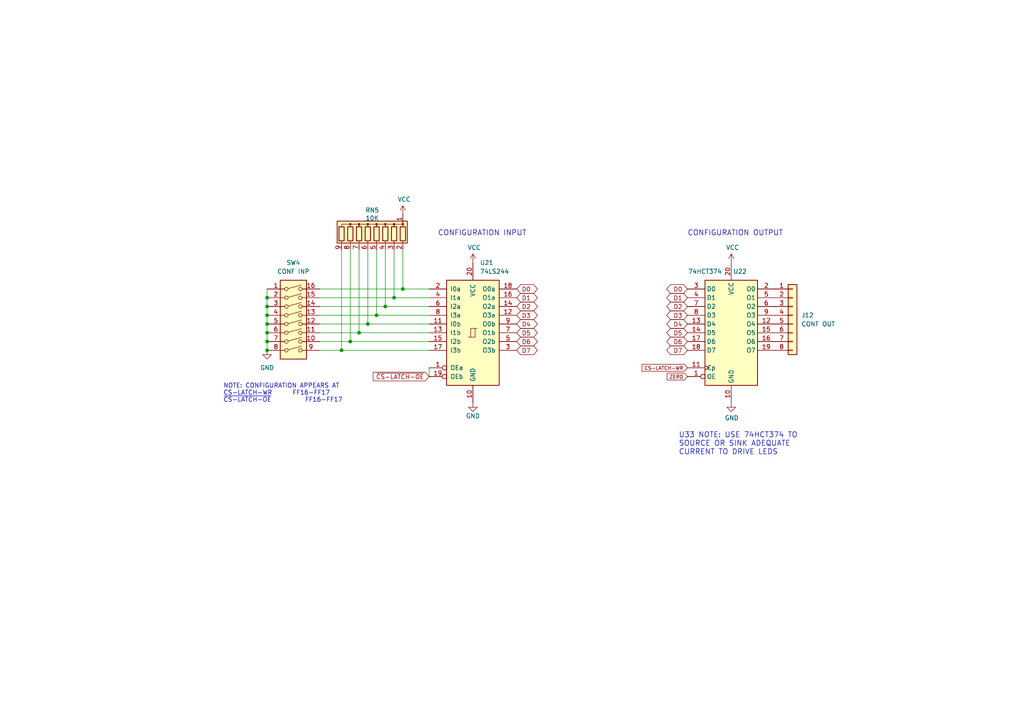
<source format=kicad_sch>
(kicad_sch (version 20211123) (generator eeschema)
  (paper "A4")
  (lib_symbols
    (symbol "74xx:74HCT374"
      (property "Reference" "U" (at -7.62 16.51 0))
      (property "Value" "74HCT374" (at -7.62 -16.51 0))
      (symbol "74HCT374_1_0"
        (pin input inverted (at -12.7 -12.7 0) (length 5.08) (name "OE") (number "1"))
        (pin power_in line (at 0 -20.32 90) (length 5.08) (name "GND") (number "10"))
        (pin input clock (at -12.7 -10.16 0) (length 5.08) (name "Cp") (number "11"))
        (pin tri_state line (at 12.7 2.54 180) (length 5.08) (name "O4") (number "12"))
        (pin input line (at -12.7 2.54 0) (length 5.08) (name "D4") (number "13"))
        (pin input line (at -12.7 0 0) (length 5.08) (name "D5") (number "14"))
        (pin tri_state line (at 12.7 0 180) (length 5.08) (name "O5") (number "15"))
        (pin tri_state line (at 12.7 -2.54 180) (length 5.08) (name "O6") (number "16"))
        (pin input line (at -12.7 -2.54 0) (length 5.08) (name "D6") (number "17"))
        (pin input line (at -12.7 -5.08 0) (length 5.08) (name "D7") (number "18"))
        (pin tri_state line (at 12.7 -5.08 180) (length 5.08) (name "O7") (number "19"))
        (pin tri_state line (at 12.7 12.7 180) (length 5.08) (name "O0") (number "2"))
        (pin power_in line (at 0 20.32 270) (length 5.08) (name "VCC") (number "20"))
        (pin input line (at -12.7 12.7 0) (length 5.08) (name "D0") (number "3"))
        (pin input line (at -12.7 10.16 0) (length 5.08) (name "D1") (number "4"))
        (pin tri_state line (at 12.7 10.16 180) (length 5.08) (name "O1") (number "5"))
        (pin tri_state line (at 12.7 7.62 180) (length 5.08) (name "O2") (number "6"))
        (pin input line (at -12.7 7.62 0) (length 5.08) (name "D2") (number "7"))
        (pin input line (at -12.7 5.08 0) (length 5.08) (name "D3") (number "8"))
        (pin tri_state line (at 12.7 5.08 180) (length 5.08) (name "O3") (number "9"))
      )
      (symbol "74HCT374_1_1"
        (rectangle (start -7.62 15.24) (end 7.62 -15.24) (stroke (width 0.254)) (fill (type background)))
      )
    )
    (symbol "74xx:74LS244" (pin_names (offset 1.016))
      (property "Reference" "U" (at -7.62 16.51 0))
      (property "Value" "74LS244" (at -7.62 -16.51 0))
      (symbol "74LS244_1_0"
        (polyline (pts (xy -0.635 -1.27) (xy -0.635 1.27) (xy 0.635 1.27)))
        (polyline (pts (xy -1.27 -1.27) (xy 0.635 -1.27) (xy 0.635 1.27) (xy 1.27 1.27)))
        (pin input inverted (at -12.7 -10.16 0) (length 5.08) (name "OEa") (number "1"))
        (pin power_in line (at 0 -20.32 90) (length 5.08) (name "GND") (number "10"))
        (pin input line (at -12.7 2.54 0) (length 5.08) (name "I0b") (number "11"))
        (pin tri_state line (at 12.7 5.08 180) (length 5.08) (name "O3a") (number "12"))
        (pin input line (at -12.7 0 0) (length 5.08) (name "I1b") (number "13"))
        (pin tri_state line (at 12.7 7.62 180) (length 5.08) (name "O2a") (number "14"))
        (pin input line (at -12.7 -2.54 0) (length 5.08) (name "I2b") (number "15"))
        (pin tri_state line (at 12.7 10.16 180) (length 5.08) (name "O1a") (number "16"))
        (pin input line (at -12.7 -5.08 0) (length 5.08) (name "I3b") (number "17"))
        (pin tri_state line (at 12.7 12.7 180) (length 5.08) (name "O0a") (number "18"))
        (pin input inverted (at -12.7 -12.7 0) (length 5.08) (name "OEb") (number "19"))
        (pin input line (at -12.7 12.7 0) (length 5.08) (name "I0a") (number "2"))
        (pin power_in line (at 0 20.32 270) (length 5.08) (name "VCC") (number "20"))
        (pin tri_state line (at 12.7 -5.08 180) (length 5.08) (name "O3b") (number "3"))
        (pin input line (at -12.7 10.16 0) (length 5.08) (name "I1a") (number "4"))
        (pin tri_state line (at 12.7 -2.54 180) (length 5.08) (name "O2b") (number "5"))
        (pin input line (at -12.7 7.62 0) (length 5.08) (name "I2a") (number "6"))
        (pin tri_state line (at 12.7 0 180) (length 5.08) (name "O1b") (number "7"))
        (pin input line (at -12.7 5.08 0) (length 5.08) (name "I3a") (number "8"))
        (pin tri_state line (at 12.7 2.54 180) (length 5.08) (name "O0b") (number "9"))
      )
      (symbol "74LS244_1_1"
        (rectangle (start -7.62 15.24) (end 7.62 -15.24) (stroke (width 0.254)) (fill (type background)))
      )
    )
    (symbol "Connector_Generic:Conn_01x08" (pin_names (offset 1.016) hide)
      (property "Reference" "J" (at 0 10.16 0))
      (property "Value" "Conn_01x08" (at 0 -12.7 0))
      (symbol "Conn_01x08_1_1"
        (rectangle (start -1.27 -10.033) (end 0 -10.287) (stroke (width 0.1524)))
        (rectangle (start -1.27 -7.493) (end 0 -7.747) (stroke (width 0.1524)))
        (rectangle (start -1.27 -4.953) (end 0 -5.207) (stroke (width 0.1524)))
        (rectangle (start -1.27 -2.413) (end 0 -2.667) (stroke (width 0.1524)))
        (rectangle (start -1.27 0.127) (end 0 -0.127) (stroke (width 0.1524)))
        (rectangle (start -1.27 2.667) (end 0 2.413) (stroke (width 0.1524)))
        (rectangle (start -1.27 5.207) (end 0 4.953) (stroke (width 0.1524)))
        (rectangle (start -1.27 7.747) (end 0 7.493) (stroke (width 0.1524)))
        (rectangle (start -1.27 8.89) (end 1.27 -11.43) (stroke (width 0.254)) (fill (type background)))
        (pin passive line (at -5.08 7.62 0) (length 3.81) (name "Pin_1") (number "1"))
        (pin passive line (at -5.08 5.08 0) (length 3.81) (name "Pin_2") (number "2"))
        (pin passive line (at -5.08 2.54 0) (length 3.81) (name "Pin_3") (number "3"))
        (pin passive line (at -5.08 0 0) (length 3.81) (name "Pin_4") (number "4"))
        (pin passive line (at -5.08 -2.54 0) (length 3.81) (name "Pin_5") (number "5"))
        (pin passive line (at -5.08 -5.08 0) (length 3.81) (name "Pin_6") (number "6"))
        (pin passive line (at -5.08 -7.62 0) (length 3.81) (name "Pin_7") (number "7"))
        (pin passive line (at -5.08 -10.16 0) (length 3.81) (name "Pin_8") (number "8"))
      )
    )
    (symbol "Device:R_Network08" (pin_names (offset 0) hide)
      (property "Reference" "RN" (at -12.7 0 90))
      (property "Value" "R_Network08" (at 10.16 0 90))
      (symbol "R_Network08_0_1"
        (rectangle (start -11.43 -3.175) (end 8.89 3.175) (stroke (width 0.254)) (fill (type background)))
        (rectangle (start -10.922 1.524) (end -9.398 -2.54) (stroke (width 0.254)))
        (circle (center -10.16 2.286) (radius 0.254) (fill (type outline)))
        (rectangle (start -8.382 1.524) (end -6.858 -2.54) (stroke (width 0.254)))
        (circle (center -7.62 2.286) (radius 0.254) (fill (type outline)))
        (rectangle (start -5.842 1.524) (end -4.318 -2.54) (stroke (width 0.254)))
        (circle (center -5.08 2.286) (radius 0.254) (fill (type outline)))
        (rectangle (start -3.302 1.524) (end -1.778 -2.54) (stroke (width 0.254)))
        (circle (center -2.54 2.286) (radius 0.254) (fill (type outline)))
        (rectangle (start -0.762 1.524) (end 0.762 -2.54) (stroke (width 0.254)))
        (polyline (pts (xy -10.16 -2.54) (xy -10.16 -3.81)))
        (polyline (pts (xy -7.62 -2.54) (xy -7.62 -3.81)))
        (polyline (pts (xy -5.08 -2.54) (xy -5.08 -3.81)))
        (polyline (pts (xy -2.54 -2.54) (xy -2.54 -3.81)))
        (polyline (pts (xy 0 -2.54) (xy 0 -3.81)))
        (polyline (pts (xy 2.54 -2.54) (xy 2.54 -3.81)))
        (polyline (pts (xy 5.08 -2.54) (xy 5.08 -3.81)))
        (polyline (pts (xy 7.62 -2.54) (xy 7.62 -3.81)))
        (polyline (pts (xy -10.16 1.524) (xy -10.16 2.286) (xy -7.62 2.286) (xy -7.62 1.524)))
        (polyline (pts (xy -7.62 1.524) (xy -7.62 2.286) (xy -5.08 2.286) (xy -5.08 1.524)))
        (polyline (pts (xy -5.08 1.524) (xy -5.08 2.286) (xy -2.54 2.286) (xy -2.54 1.524)))
        (polyline (pts (xy -2.54 1.524) (xy -2.54 2.286) (xy 0 2.286) (xy 0 1.524)))
        (polyline (pts (xy 0 1.524) (xy 0 2.286) (xy 2.54 2.286) (xy 2.54 1.524)))
        (polyline (pts (xy 2.54 1.524) (xy 2.54 2.286) (xy 5.08 2.286) (xy 5.08 1.524)))
        (polyline (pts (xy 5.08 1.524) (xy 5.08 2.286) (xy 7.62 2.286) (xy 7.62 1.524)))
        (circle (center 0 2.286) (radius 0.254) (fill (type outline)))
        (rectangle (start 1.778 1.524) (end 3.302 -2.54) (stroke (width 0.254)))
        (circle (center 2.54 2.286) (radius 0.254) (fill (type outline)))
        (rectangle (start 4.318 1.524) (end 5.842 -2.54) (stroke (width 0.254)))
        (circle (center 5.08 2.286) (radius 0.254) (fill (type outline)))
        (rectangle (start 6.858 1.524) (end 8.382 -2.54) (stroke (width 0.254)))
      )
      (symbol "R_Network08_1_1"
        (pin passive line (at -10.16 5.08 270) (length 2.54) (name "common") (number "1"))
        (pin passive line (at -10.16 -5.08 90) (length 1.27) (name "R1") (number "2"))
        (pin passive line (at -7.62 -5.08 90) (length 1.27) (name "R2") (number "3"))
        (pin passive line (at -5.08 -5.08 90) (length 1.27) (name "R3") (number "4"))
        (pin passive line (at -2.54 -5.08 90) (length 1.27) (name "R4") (number "5"))
        (pin passive line (at 0 -5.08 90) (length 1.27) (name "R5") (number "6"))
        (pin passive line (at 2.54 -5.08 90) (length 1.27) (name "R6") (number "7"))
        (pin passive line (at 5.08 -5.08 90) (length 1.27) (name "R7") (number "8"))
        (pin passive line (at 7.62 -5.08 90) (length 1.27) (name "R8") (number "9"))
      )
    )
    (symbol "Switch:SW_DIP_x08" (pin_names (offset 0) hide)
      (property "Reference" "SW" (at 0 13.97 0))
      (property "Value" "SW_DIP_x08" (at 0 -11.43 0))
      (symbol "SW_DIP_x08_0_0"
        (circle (center -2.032 -7.62) (radius 0.508))
        (circle (center -2.032 -5.08) (radius 0.508))
        (circle (center -2.032 -2.54) (radius 0.508))
        (circle (center -2.032 0) (radius 0.508))
        (circle (center -2.032 2.54) (radius 0.508))
        (circle (center -2.032 5.08) (radius 0.508))
        (circle (center -2.032 7.62) (radius 0.508))
        (circle (center -2.032 10.16) (radius 0.508))
        (polyline (pts (xy -1.524 -7.4676) (xy 2.3622 -6.4262)))
        (polyline (pts (xy -1.524 -4.9276) (xy 2.3622 -3.8862)))
        (polyline (pts (xy -1.524 -2.3876) (xy 2.3622 -1.3462)))
        (polyline (pts (xy -1.524 0.127) (xy 2.3622 1.1684)))
        (polyline (pts (xy -1.524 2.667) (xy 2.3622 3.7084)))
        (polyline (pts (xy -1.524 5.207) (xy 2.3622 6.2484)))
        (polyline (pts (xy -1.524 7.747) (xy 2.3622 8.7884)))
        (polyline (pts (xy -1.524 10.287) (xy 2.3622 11.3284)))
        (circle (center 2.032 -7.62) (radius 0.508))
        (circle (center 2.032 -5.08) (radius 0.508))
        (circle (center 2.032 -2.54) (radius 0.508))
        (circle (center 2.032 0) (radius 0.508))
        (circle (center 2.032 2.54) (radius 0.508))
        (circle (center 2.032 5.08) (radius 0.508))
        (circle (center 2.032 7.62) (radius 0.508))
        (circle (center 2.032 10.16) (radius 0.508))
      )
      (symbol "SW_DIP_x08_0_1"
        (rectangle (start -3.81 12.7) (end 3.81 -10.16) (stroke (width 0.254)) (fill (type background)))
      )
      (symbol "SW_DIP_x08_1_1"
        (pin passive line (at -7.62 10.16 0) (length 5.08) (name "~") (number "1"))
        (pin passive line (at 7.62 -5.08 180) (length 5.08) (name "~") (number "10"))
        (pin passive line (at 7.62 -2.54 180) (length 5.08) (name "~") (number "11"))
        (pin passive line (at 7.62 0 180) (length 5.08) (name "~") (number "12"))
        (pin passive line (at 7.62 2.54 180) (length 5.08) (name "~") (number "13"))
        (pin passive line (at 7.62 5.08 180) (length 5.08) (name "~") (number "14"))
        (pin passive line (at 7.62 7.62 180) (length 5.08) (name "~") (number "15"))
        (pin passive line (at 7.62 10.16 180) (length 5.08) (name "~") (number "16"))
        (pin passive line (at -7.62 7.62 0) (length 5.08) (name "~") (number "2"))
        (pin passive line (at -7.62 5.08 0) (length 5.08) (name "~") (number "3"))
        (pin passive line (at -7.62 2.54 0) (length 5.08) (name "~") (number "4"))
        (pin passive line (at -7.62 0 0) (length 5.08) (name "~") (number "5"))
        (pin passive line (at -7.62 -2.54 0) (length 5.08) (name "~") (number "6"))
        (pin passive line (at -7.62 -5.08 0) (length 5.08) (name "~") (number "7"))
        (pin passive line (at -7.62 -7.62 0) (length 5.08) (name "~") (number "8"))
        (pin passive line (at 7.62 -7.62 180) (length 5.08) (name "~") (number "9"))
      )
    )
    (symbol "power:GND" (power) (pin_names (offset 0))
      (property "Value" "GND" (at 0 -3.81 0))
      (symbol "GND_0_1"
        (polyline (pts (xy 0 0) (xy 0 -1.27) (xy 1.27 -1.27) (xy 0 -2.54) (xy -1.27 -1.27) (xy 0 -1.27)))
      )
      (symbol "GND_1_1"
        (pin power_in line (at 0 0 270) (length 0) hide (name "GND") (number "1"))
      )
    )
    (symbol "power:VCC" (power) (pin_names (offset 0))
      (property "Value" "VCC" (at 0 3.81 0))
      (symbol "VCC_0_1"
        (polyline (pts (xy -0.762 1.27) (xy 0 2.54)))
        (polyline (pts (xy 0 0) (xy 0 2.54)))
        (polyline (pts (xy 0 2.54) (xy 0.762 1.27)))
      )
      (symbol "VCC_1_1"
        (pin power_in line (at 0 0 90) (length 0) hide (name "VCC") (number "1"))
      )
    )
  )
  (junction (at 101.6 99.06))
  (junction (at 77.47 99.06))
  (junction (at 77.47 88.9))
  (junction (at 114.3 86.36))
  (junction (at 99.06 101.6))
  (junction (at 109.22 91.44))
  (junction (at 111.76 88.9))
  (junction (at 106.68 93.98))
  (junction (at 116.84 83.82))
  (junction (at 77.47 96.52))
  (junction (at 77.47 93.98))
  (junction (at 77.47 91.44))
  (junction (at 77.47 86.36))
  (junction (at 77.47 101.6))
  (junction (at 104.14 96.52))
  (wire (pts (xy 114.3 72.39) (xy 114.3 86.36)))
  (wire (pts (xy 104.14 72.39) (xy 104.14 96.52)))
  (wire (pts (xy 92.71 88.9) (xy 111.76 88.9)))
  (wire (pts (xy 77.47 86.36) (xy 77.47 88.9)))
  (wire (pts (xy 92.71 101.6) (xy 99.06 101.6)))
  (wire (pts (xy 106.68 93.98) (xy 124.46 93.98)))
  (wire (pts (xy 116.84 83.82) (xy 124.46 83.82)))
  (wire (pts (xy 77.47 83.82) (xy 77.47 86.36)))
  (wire (pts (xy 77.47 88.9) (xy 77.47 91.44)))
  (wire (pts (xy 116.84 72.39) (xy 116.84 83.82)))
  (wire (pts (xy 101.6 72.39) (xy 101.6 99.06)))
  (wire (pts (xy 104.14 96.52) (xy 124.46 96.52)))
  (wire (pts (xy 77.47 93.98) (xy 77.47 96.52)))
  (wire (pts (xy 99.06 101.6) (xy 124.46 101.6)))
  (wire (pts (xy 124.46 106.68) (xy 124.46 109.22)))
  (wire (pts (xy 111.76 88.9) (xy 124.46 88.9)))
  (wire (pts (xy 92.71 86.36) (xy 114.3 86.36)))
  (wire (pts (xy 114.3 86.36) (xy 124.46 86.36)))
  (wire (pts (xy 101.6 99.06) (xy 124.46 99.06)))
  (wire (pts (xy 92.71 91.44) (xy 109.22 91.44)))
  (wire (pts (xy 109.22 91.44) (xy 124.46 91.44)))
  (wire (pts (xy 92.71 93.98) (xy 106.68 93.98)))
  (wire (pts (xy 109.22 72.39) (xy 109.22 91.44)))
  (wire (pts (xy 92.71 96.52) (xy 104.14 96.52)))
  (wire (pts (xy 77.47 96.52) (xy 77.47 99.06)))
  (wire (pts (xy 99.06 72.39) (xy 99.06 101.6)))
  (wire (pts (xy 77.47 91.44) (xy 77.47 93.98)))
  (wire (pts (xy 111.76 72.39) (xy 111.76 88.9)))
  (wire (pts (xy 92.71 99.06) (xy 101.6 99.06)))
  (wire (pts (xy 92.71 83.82) (xy 116.84 83.82)))
  (wire (pts (xy 106.68 72.39) (xy 106.68 93.98)))
  (wire (pts (xy 77.47 99.06) (xy 77.47 101.6)))
  (text "U33 NOTE: USE 74HCT374 TO\nSOURCE OR SINK ADEQUATE\nCURRENT TO DRIVE LEDS" (at 196.85 132.08 0) (effects (font (size 1.524 1.524)) (justify left bottom)))
  (text "NOTE: CONFIGURATION APPEARS AT\nCS-LATCH-WR		FF16-FF17\n~{CS-LATCH-OE}		FF16-FF17" (at 64.77 116.84 0) (effects (font (size 1.27 1.27)) (justify left bottom)))
  (text "CONFIGURATION OUTPUT" (at 199.39 68.58 0) (effects (font (size 1.524 1.524)) (justify left bottom)))
  (text "CONFIGURATION INPUT" (at 127 68.58 0) (effects (font (size 1.524 1.524)) (justify left bottom)))
  (global_label "D7" (shape bidirectional) (at 199.39 101.6 180) (property "Intersheet References" "${INTERSHEET_REFS}" (effects hide)))
  (global_label "D1" (shape bidirectional) (at 149.86 86.36 0) (property "Intersheet References" "${INTERSHEET_REFS}" (effects hide)))
  (global_label "D5" (shape bidirectional) (at 149.86 96.52 0) (property "Intersheet References" "${INTERSHEET_REFS}" (effects hide)))
  (global_label "D4" (shape bidirectional) (at 199.39 93.98 180) (property "Intersheet References" "${INTERSHEET_REFS}" (effects hide)))
  (global_label "D0" (shape bidirectional) (at 149.86 83.82 0) (property "Intersheet References" "${INTERSHEET_REFS}" (effects hide)))
  (global_label "CS-LATCH-WR" (shape input) (at 199.39 106.68 180) (effects (font (size 1.016 1.016))) (property "Intersheet References" "${INTERSHEET_REFS}" (effects hide)))
  (global_label "ZERO" (shape input) (at 199.39 109.22 180) (effects (font (size 1.016 1.016))) (property "Intersheet References" "${INTERSHEET_REFS}" (effects hide)))
  (global_label "D3" (shape bidirectional) (at 199.39 91.44 180) (property "Intersheet References" "${INTERSHEET_REFS}" (effects hide)))
  (global_label "D4" (shape bidirectional) (at 149.86 93.98 0) (property "Intersheet References" "${INTERSHEET_REFS}" (effects hide)))
  (global_label "~{CS-LATCH-OE}" (shape input) (at 124.46 109.22 180) (property "Intersheet References" "${INTERSHEET_REFS}" (effects hide)))
  (global_label "D2" (shape bidirectional) (at 149.86 88.9 0) (property "Intersheet References" "${INTERSHEET_REFS}" (effects hide)))
  (global_label "D6" (shape bidirectional) (at 149.86 99.06 0) (property "Intersheet References" "${INTERSHEET_REFS}" (effects hide)))
  (global_label "D1" (shape bidirectional) (at 199.39 86.36 180) (property "Intersheet References" "${INTERSHEET_REFS}" (effects hide)))
  (global_label "D2" (shape bidirectional) (at 199.39 88.9 180) (property "Intersheet References" "${INTERSHEET_REFS}" (effects hide)))
  (global_label "D5" (shape bidirectional) (at 199.39 96.52 180) (property "Intersheet References" "${INTERSHEET_REFS}" (effects hide)))
  (global_label "D6" (shape bidirectional) (at 199.39 99.06 180) (property "Intersheet References" "${INTERSHEET_REFS}" (effects hide)))
  (global_label "D3" (shape bidirectional) (at 149.86 91.44 0) (property "Intersheet References" "${INTERSHEET_REFS}" (effects hide)))
  (global_label "D7" (shape bidirectional) (at 149.86 101.6 0) (property "Intersheet References" "${INTERSHEET_REFS}" (effects hide)))
  (global_label "D0" (shape bidirectional) (at 199.39 83.82 180) (property "Intersheet References" "${INTERSHEET_REFS}" (effects hide)))
  (symbol (lib_id "power:VCC") (at 137.16 76.2 0) (unit 1)
    (property "Reference" "#PWR082" (effects hide))
    (property "Value" "VCC" (at 137.541 71.8058 0))
  )
  (symbol (lib_id "power:GND") (at 212.09 116.84 0) (unit 1)
    (property "Reference" "#PWR085" (effects hide))
    (property "Value" "GND" (at 212.217 121.2342 0))
  )
  (symbol (lib_id "Connector_Generic:Conn_01x08") (at 229.87 91.44 0) (unit 1)
    (property "Reference" "J12" (at 232.41 91.4399 0) (effects (justify left)))
    (property "Value" "CONF OUT" (at 232.41 93.9799 0) (effects (justify left)))
    (property "Footprint" "Connector_PinHeader_2.54mm:PinHeader_1x08_P2.54mm_Vertical" (effects hide))
  )
  (symbol (lib_id "power:VCC") (at 116.84 62.23 0) (unit 1)
    (property "Reference" "#PWR081" (effects hide))
    (property "Value" "VCC" (at 117.221 57.8358 0))
  )
  (symbol (lib_id "power:VCC") (at 212.09 76.2 0) (unit 1)
    (property "Reference" "#PWR084" (effects hide))
    (property "Value" "VCC" (at 212.471 71.8058 0))
  )
  (symbol (lib_id "power:GND") (at 77.47 101.6 0) (unit 1)
    (property "Reference" "#PWR080" (effects hide))
    (property "Value" "GND" (at 77.47 106.68 0))
  )
  (symbol (lib_id "Device:R_Network08") (at 106.68 67.31 0) (mirror y) (unit 1)
    (property "Reference" "RN5" (at 107.95 60.96 0))
    (property "Value" "10K" (at 107.95 63.2714 0))
    (property "Footprint" "Resistor_THT:R_Array_SIP9" (effects hide))
    (property "Datasheet" "http://www.vishay.com/docs/31509/csc.pdf" (effects hide))
  )
  (symbol (lib_id "74xx:74HCT374") (at 212.09 96.52 0) (unit 1)
    (property "Reference" "U22" (at 214.63 78.74 0))
    (property "Value" "74HCT374" (at 204.47 78.74 0))
    (property "Footprint" "Package_DIP:DIP-20_W7.62mm_Socket" (effects hide))
    (property "Datasheet" "https://www.ti.com/lit/ds/symlink/cd74hct374.pdf" (effects hide))
  )
  (symbol (lib_id "power:GND") (at 137.16 116.84 0) (unit 1)
    (property "Reference" "#PWR083" (effects hide))
    (property "Value" "GND" (at 137.16 120.65 0))
  )
  (symbol (lib_id "74xx:74LS244") (at 137.16 96.52 0) (unit 1)
    (property "Reference" "U21" (at 139.1794 76.2 0) (effects (justify left)))
    (property "Value" "74LS244" (at 139.1794 78.74 0) (effects (justify left)))
    (property "Footprint" "Package_DIP:DIP-20_W7.62mm_Socket" (effects hide))
    (property "Datasheet" "http://www.ti.com/lit/ds/symlink/sn74ls244.pdf" (effects hide))
  )
  (symbol (lib_id "Switch:SW_DIP_x08") (at 85.09 93.98 0) (unit 1)
    (property "Reference" "SW4" (at 85.09 76.2 0))
    (property "Value" "CONF INP" (at 85.09 78.74 0))
    (property "Footprint" "Button_Switch_THT:SW_DIP_SPSTx08_Slide_9.78x22.5mm_W7.62mm_P2.54mm" (effects hide))
  )
)
</source>
